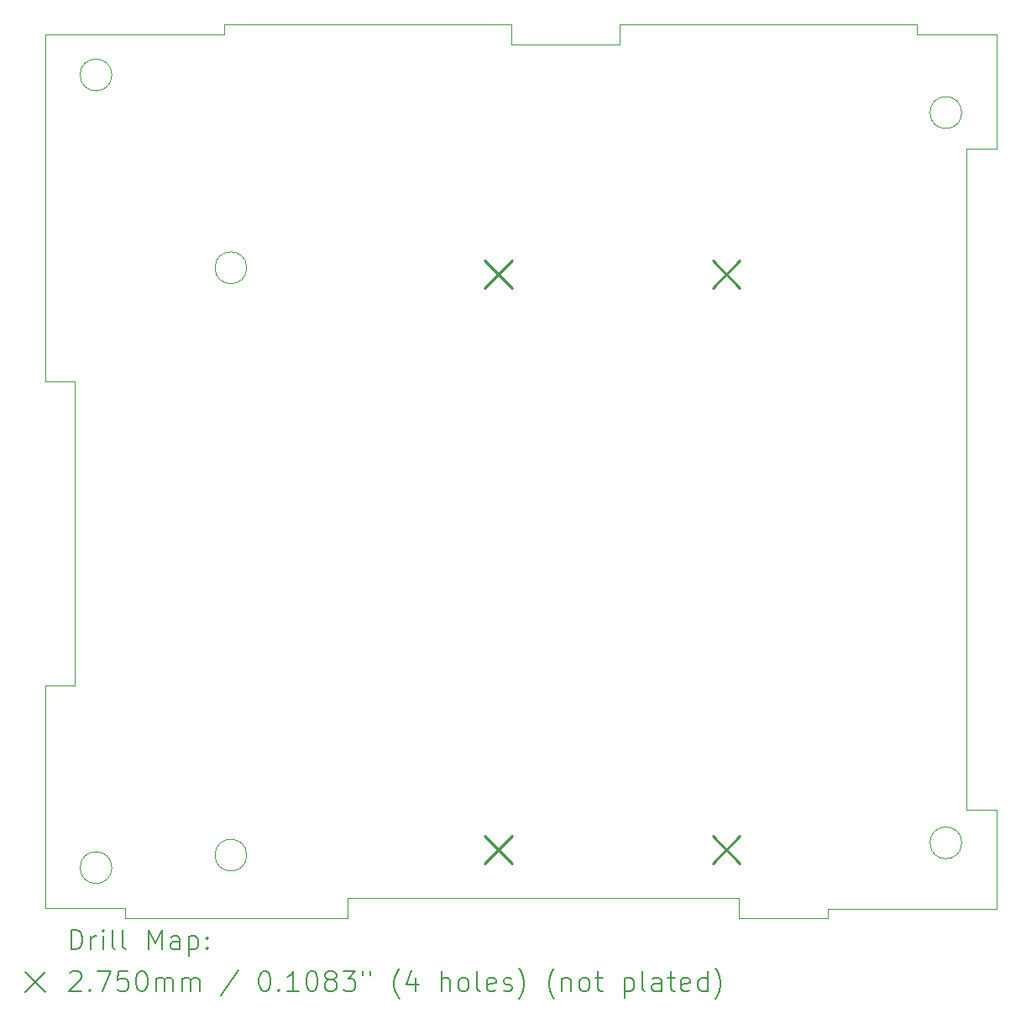
<source format=gbr>
%TF.GenerationSoftware,KiCad,Pcbnew,8.0.0*%
%TF.CreationDate,2024-06-21T11:16:54+02:00*%
%TF.ProjectId,lora,6c6f7261-2e6b-4696-9361-645f70636258,rev?*%
%TF.SameCoordinates,Original*%
%TF.FileFunction,Drillmap*%
%TF.FilePolarity,Positive*%
%FSLAX45Y45*%
G04 Gerber Fmt 4.5, Leading zero omitted, Abs format (unit mm)*
G04 Created by KiCad (PCBNEW 8.0.0) date 2024-06-21 11:16:54*
%MOMM*%
%LPD*%
G01*
G04 APERTURE LIST*
%ADD10C,0.050000*%
%ADD11C,0.200000*%
%ADD12C,0.275000*%
G04 APERTURE END LIST*
D10*
X19850000Y-6400000D02*
G75*
G02*
X19530000Y-6400000I-160000J0D01*
G01*
X19530000Y-6400000D02*
G75*
G02*
X19850000Y-6400000I160000J0D01*
G01*
X13660000Y-14520000D02*
X11410000Y-14520000D01*
X16400000Y-5710000D02*
X16400000Y-5510000D01*
X19900000Y-13430000D02*
X20200000Y-13430000D01*
X19850000Y-13760000D02*
G75*
G02*
X19530000Y-13760000I-160000J0D01*
G01*
X19530000Y-13760000D02*
G75*
G02*
X19850000Y-13760000I160000J0D01*
G01*
X17600000Y-14320000D02*
X13660000Y-14320000D01*
X19900000Y-6760000D02*
X19900000Y-13430000D01*
X12410000Y-5510000D02*
X15310000Y-5510000D01*
X20200000Y-13430000D02*
X20200000Y-14430000D01*
X12410000Y-5610000D02*
X12410000Y-5510000D01*
X17600000Y-14520000D02*
X17600000Y-14320000D01*
X18500000Y-14520000D02*
X17600000Y-14520000D01*
X10910000Y-12170000D02*
X10910000Y-9110000D01*
X11280000Y-6020000D02*
G75*
G02*
X10960000Y-6020000I-160000J0D01*
G01*
X10960000Y-6020000D02*
G75*
G02*
X11280000Y-6020000I160000J0D01*
G01*
X20200000Y-5610000D02*
X20200000Y-6760000D01*
X15310000Y-5510000D02*
X15310000Y-5710000D01*
X20200000Y-14430000D02*
X18500000Y-14430000D01*
X20200000Y-6760000D02*
X19900000Y-6760000D01*
X10610000Y-9110000D02*
X10610000Y-5610000D01*
X16400000Y-5510000D02*
X19400000Y-5510000D01*
X12640000Y-7964000D02*
G75*
G02*
X12320000Y-7964000I-160000J0D01*
G01*
X12320000Y-7964000D02*
G75*
G02*
X12640000Y-7964000I160000J0D01*
G01*
X18500000Y-14430000D02*
X18500000Y-14520000D01*
X10610000Y-5610000D02*
X12410000Y-5610000D01*
X10910000Y-9110000D02*
X10610000Y-9110000D01*
X11410000Y-14520000D02*
X11410000Y-14420000D01*
X15310000Y-5710000D02*
X16400000Y-5710000D01*
X10610000Y-14420000D02*
X10610000Y-12170000D01*
X12640000Y-13884000D02*
G75*
G02*
X12320000Y-13884000I-160000J0D01*
G01*
X12320000Y-13884000D02*
G75*
G02*
X12640000Y-13884000I160000J0D01*
G01*
X13660000Y-14320000D02*
X13660000Y-14520000D01*
X19400000Y-5510000D02*
X19400000Y-5610000D01*
X10610000Y-12170000D02*
X10910000Y-12170000D01*
X19400000Y-5610000D02*
X20200000Y-5610000D01*
X11410000Y-14420000D02*
X10610000Y-14420000D01*
X11280000Y-14010000D02*
G75*
G02*
X10960000Y-14010000I-160000J0D01*
G01*
X10960000Y-14010000D02*
G75*
G02*
X11280000Y-14010000I160000J0D01*
G01*
D11*
D12*
X15039500Y-7893500D02*
X15314500Y-8168500D01*
X15314500Y-7893500D02*
X15039500Y-8168500D01*
X15039500Y-13693500D02*
X15314500Y-13968500D01*
X15314500Y-13693500D02*
X15039500Y-13968500D01*
X17339500Y-7893500D02*
X17614500Y-8168500D01*
X17614500Y-7893500D02*
X17339500Y-8168500D01*
X17339500Y-13693500D02*
X17614500Y-13968500D01*
X17614500Y-13693500D02*
X17339500Y-13968500D01*
D11*
X10868277Y-14833984D02*
X10868277Y-14633984D01*
X10868277Y-14633984D02*
X10915896Y-14633984D01*
X10915896Y-14633984D02*
X10944467Y-14643508D01*
X10944467Y-14643508D02*
X10963515Y-14662555D01*
X10963515Y-14662555D02*
X10973039Y-14681603D01*
X10973039Y-14681603D02*
X10982563Y-14719698D01*
X10982563Y-14719698D02*
X10982563Y-14748269D01*
X10982563Y-14748269D02*
X10973039Y-14786365D01*
X10973039Y-14786365D02*
X10963515Y-14805412D01*
X10963515Y-14805412D02*
X10944467Y-14824460D01*
X10944467Y-14824460D02*
X10915896Y-14833984D01*
X10915896Y-14833984D02*
X10868277Y-14833984D01*
X11068277Y-14833984D02*
X11068277Y-14700650D01*
X11068277Y-14738746D02*
X11077801Y-14719698D01*
X11077801Y-14719698D02*
X11087324Y-14710174D01*
X11087324Y-14710174D02*
X11106372Y-14700650D01*
X11106372Y-14700650D02*
X11125420Y-14700650D01*
X11192086Y-14833984D02*
X11192086Y-14700650D01*
X11192086Y-14633984D02*
X11182563Y-14643508D01*
X11182563Y-14643508D02*
X11192086Y-14653031D01*
X11192086Y-14653031D02*
X11201610Y-14643508D01*
X11201610Y-14643508D02*
X11192086Y-14633984D01*
X11192086Y-14633984D02*
X11192086Y-14653031D01*
X11315896Y-14833984D02*
X11296848Y-14824460D01*
X11296848Y-14824460D02*
X11287324Y-14805412D01*
X11287324Y-14805412D02*
X11287324Y-14633984D01*
X11420658Y-14833984D02*
X11401610Y-14824460D01*
X11401610Y-14824460D02*
X11392086Y-14805412D01*
X11392086Y-14805412D02*
X11392086Y-14633984D01*
X11649229Y-14833984D02*
X11649229Y-14633984D01*
X11649229Y-14633984D02*
X11715896Y-14776841D01*
X11715896Y-14776841D02*
X11782562Y-14633984D01*
X11782562Y-14633984D02*
X11782562Y-14833984D01*
X11963515Y-14833984D02*
X11963515Y-14729222D01*
X11963515Y-14729222D02*
X11953991Y-14710174D01*
X11953991Y-14710174D02*
X11934943Y-14700650D01*
X11934943Y-14700650D02*
X11896848Y-14700650D01*
X11896848Y-14700650D02*
X11877801Y-14710174D01*
X11963515Y-14824460D02*
X11944467Y-14833984D01*
X11944467Y-14833984D02*
X11896848Y-14833984D01*
X11896848Y-14833984D02*
X11877801Y-14824460D01*
X11877801Y-14824460D02*
X11868277Y-14805412D01*
X11868277Y-14805412D02*
X11868277Y-14786365D01*
X11868277Y-14786365D02*
X11877801Y-14767317D01*
X11877801Y-14767317D02*
X11896848Y-14757793D01*
X11896848Y-14757793D02*
X11944467Y-14757793D01*
X11944467Y-14757793D02*
X11963515Y-14748269D01*
X12058753Y-14700650D02*
X12058753Y-14900650D01*
X12058753Y-14710174D02*
X12077801Y-14700650D01*
X12077801Y-14700650D02*
X12115896Y-14700650D01*
X12115896Y-14700650D02*
X12134943Y-14710174D01*
X12134943Y-14710174D02*
X12144467Y-14719698D01*
X12144467Y-14719698D02*
X12153991Y-14738746D01*
X12153991Y-14738746D02*
X12153991Y-14795888D01*
X12153991Y-14795888D02*
X12144467Y-14814936D01*
X12144467Y-14814936D02*
X12134943Y-14824460D01*
X12134943Y-14824460D02*
X12115896Y-14833984D01*
X12115896Y-14833984D02*
X12077801Y-14833984D01*
X12077801Y-14833984D02*
X12058753Y-14824460D01*
X12239705Y-14814936D02*
X12249229Y-14824460D01*
X12249229Y-14824460D02*
X12239705Y-14833984D01*
X12239705Y-14833984D02*
X12230182Y-14824460D01*
X12230182Y-14824460D02*
X12239705Y-14814936D01*
X12239705Y-14814936D02*
X12239705Y-14833984D01*
X12239705Y-14710174D02*
X12249229Y-14719698D01*
X12249229Y-14719698D02*
X12239705Y-14729222D01*
X12239705Y-14729222D02*
X12230182Y-14719698D01*
X12230182Y-14719698D02*
X12239705Y-14710174D01*
X12239705Y-14710174D02*
X12239705Y-14729222D01*
X10407500Y-15062500D02*
X10607500Y-15262500D01*
X10607500Y-15062500D02*
X10407500Y-15262500D01*
X10858753Y-15073031D02*
X10868277Y-15063508D01*
X10868277Y-15063508D02*
X10887324Y-15053984D01*
X10887324Y-15053984D02*
X10934944Y-15053984D01*
X10934944Y-15053984D02*
X10953991Y-15063508D01*
X10953991Y-15063508D02*
X10963515Y-15073031D01*
X10963515Y-15073031D02*
X10973039Y-15092079D01*
X10973039Y-15092079D02*
X10973039Y-15111127D01*
X10973039Y-15111127D02*
X10963515Y-15139698D01*
X10963515Y-15139698D02*
X10849229Y-15253984D01*
X10849229Y-15253984D02*
X10973039Y-15253984D01*
X11058753Y-15234936D02*
X11068277Y-15244460D01*
X11068277Y-15244460D02*
X11058753Y-15253984D01*
X11058753Y-15253984D02*
X11049229Y-15244460D01*
X11049229Y-15244460D02*
X11058753Y-15234936D01*
X11058753Y-15234936D02*
X11058753Y-15253984D01*
X11134944Y-15053984D02*
X11268277Y-15053984D01*
X11268277Y-15053984D02*
X11182563Y-15253984D01*
X11439705Y-15053984D02*
X11344467Y-15053984D01*
X11344467Y-15053984D02*
X11334943Y-15149222D01*
X11334943Y-15149222D02*
X11344467Y-15139698D01*
X11344467Y-15139698D02*
X11363515Y-15130174D01*
X11363515Y-15130174D02*
X11411134Y-15130174D01*
X11411134Y-15130174D02*
X11430182Y-15139698D01*
X11430182Y-15139698D02*
X11439705Y-15149222D01*
X11439705Y-15149222D02*
X11449229Y-15168269D01*
X11449229Y-15168269D02*
X11449229Y-15215888D01*
X11449229Y-15215888D02*
X11439705Y-15234936D01*
X11439705Y-15234936D02*
X11430182Y-15244460D01*
X11430182Y-15244460D02*
X11411134Y-15253984D01*
X11411134Y-15253984D02*
X11363515Y-15253984D01*
X11363515Y-15253984D02*
X11344467Y-15244460D01*
X11344467Y-15244460D02*
X11334943Y-15234936D01*
X11573039Y-15053984D02*
X11592086Y-15053984D01*
X11592086Y-15053984D02*
X11611134Y-15063508D01*
X11611134Y-15063508D02*
X11620658Y-15073031D01*
X11620658Y-15073031D02*
X11630182Y-15092079D01*
X11630182Y-15092079D02*
X11639705Y-15130174D01*
X11639705Y-15130174D02*
X11639705Y-15177793D01*
X11639705Y-15177793D02*
X11630182Y-15215888D01*
X11630182Y-15215888D02*
X11620658Y-15234936D01*
X11620658Y-15234936D02*
X11611134Y-15244460D01*
X11611134Y-15244460D02*
X11592086Y-15253984D01*
X11592086Y-15253984D02*
X11573039Y-15253984D01*
X11573039Y-15253984D02*
X11553991Y-15244460D01*
X11553991Y-15244460D02*
X11544467Y-15234936D01*
X11544467Y-15234936D02*
X11534943Y-15215888D01*
X11534943Y-15215888D02*
X11525420Y-15177793D01*
X11525420Y-15177793D02*
X11525420Y-15130174D01*
X11525420Y-15130174D02*
X11534943Y-15092079D01*
X11534943Y-15092079D02*
X11544467Y-15073031D01*
X11544467Y-15073031D02*
X11553991Y-15063508D01*
X11553991Y-15063508D02*
X11573039Y-15053984D01*
X11725420Y-15253984D02*
X11725420Y-15120650D01*
X11725420Y-15139698D02*
X11734943Y-15130174D01*
X11734943Y-15130174D02*
X11753991Y-15120650D01*
X11753991Y-15120650D02*
X11782563Y-15120650D01*
X11782563Y-15120650D02*
X11801610Y-15130174D01*
X11801610Y-15130174D02*
X11811134Y-15149222D01*
X11811134Y-15149222D02*
X11811134Y-15253984D01*
X11811134Y-15149222D02*
X11820658Y-15130174D01*
X11820658Y-15130174D02*
X11839705Y-15120650D01*
X11839705Y-15120650D02*
X11868277Y-15120650D01*
X11868277Y-15120650D02*
X11887324Y-15130174D01*
X11887324Y-15130174D02*
X11896848Y-15149222D01*
X11896848Y-15149222D02*
X11896848Y-15253984D01*
X11992086Y-15253984D02*
X11992086Y-15120650D01*
X11992086Y-15139698D02*
X12001610Y-15130174D01*
X12001610Y-15130174D02*
X12020658Y-15120650D01*
X12020658Y-15120650D02*
X12049229Y-15120650D01*
X12049229Y-15120650D02*
X12068277Y-15130174D01*
X12068277Y-15130174D02*
X12077801Y-15149222D01*
X12077801Y-15149222D02*
X12077801Y-15253984D01*
X12077801Y-15149222D02*
X12087324Y-15130174D01*
X12087324Y-15130174D02*
X12106372Y-15120650D01*
X12106372Y-15120650D02*
X12134943Y-15120650D01*
X12134943Y-15120650D02*
X12153991Y-15130174D01*
X12153991Y-15130174D02*
X12163515Y-15149222D01*
X12163515Y-15149222D02*
X12163515Y-15253984D01*
X12553991Y-15044460D02*
X12382563Y-15301603D01*
X12811134Y-15053984D02*
X12830182Y-15053984D01*
X12830182Y-15053984D02*
X12849229Y-15063508D01*
X12849229Y-15063508D02*
X12858753Y-15073031D01*
X12858753Y-15073031D02*
X12868277Y-15092079D01*
X12868277Y-15092079D02*
X12877801Y-15130174D01*
X12877801Y-15130174D02*
X12877801Y-15177793D01*
X12877801Y-15177793D02*
X12868277Y-15215888D01*
X12868277Y-15215888D02*
X12858753Y-15234936D01*
X12858753Y-15234936D02*
X12849229Y-15244460D01*
X12849229Y-15244460D02*
X12830182Y-15253984D01*
X12830182Y-15253984D02*
X12811134Y-15253984D01*
X12811134Y-15253984D02*
X12792086Y-15244460D01*
X12792086Y-15244460D02*
X12782563Y-15234936D01*
X12782563Y-15234936D02*
X12773039Y-15215888D01*
X12773039Y-15215888D02*
X12763515Y-15177793D01*
X12763515Y-15177793D02*
X12763515Y-15130174D01*
X12763515Y-15130174D02*
X12773039Y-15092079D01*
X12773039Y-15092079D02*
X12782563Y-15073031D01*
X12782563Y-15073031D02*
X12792086Y-15063508D01*
X12792086Y-15063508D02*
X12811134Y-15053984D01*
X12963515Y-15234936D02*
X12973039Y-15244460D01*
X12973039Y-15244460D02*
X12963515Y-15253984D01*
X12963515Y-15253984D02*
X12953991Y-15244460D01*
X12953991Y-15244460D02*
X12963515Y-15234936D01*
X12963515Y-15234936D02*
X12963515Y-15253984D01*
X13163515Y-15253984D02*
X13049229Y-15253984D01*
X13106372Y-15253984D02*
X13106372Y-15053984D01*
X13106372Y-15053984D02*
X13087325Y-15082555D01*
X13087325Y-15082555D02*
X13068277Y-15101603D01*
X13068277Y-15101603D02*
X13049229Y-15111127D01*
X13287325Y-15053984D02*
X13306372Y-15053984D01*
X13306372Y-15053984D02*
X13325420Y-15063508D01*
X13325420Y-15063508D02*
X13334944Y-15073031D01*
X13334944Y-15073031D02*
X13344467Y-15092079D01*
X13344467Y-15092079D02*
X13353991Y-15130174D01*
X13353991Y-15130174D02*
X13353991Y-15177793D01*
X13353991Y-15177793D02*
X13344467Y-15215888D01*
X13344467Y-15215888D02*
X13334944Y-15234936D01*
X13334944Y-15234936D02*
X13325420Y-15244460D01*
X13325420Y-15244460D02*
X13306372Y-15253984D01*
X13306372Y-15253984D02*
X13287325Y-15253984D01*
X13287325Y-15253984D02*
X13268277Y-15244460D01*
X13268277Y-15244460D02*
X13258753Y-15234936D01*
X13258753Y-15234936D02*
X13249229Y-15215888D01*
X13249229Y-15215888D02*
X13239706Y-15177793D01*
X13239706Y-15177793D02*
X13239706Y-15130174D01*
X13239706Y-15130174D02*
X13249229Y-15092079D01*
X13249229Y-15092079D02*
X13258753Y-15073031D01*
X13258753Y-15073031D02*
X13268277Y-15063508D01*
X13268277Y-15063508D02*
X13287325Y-15053984D01*
X13468277Y-15139698D02*
X13449229Y-15130174D01*
X13449229Y-15130174D02*
X13439706Y-15120650D01*
X13439706Y-15120650D02*
X13430182Y-15101603D01*
X13430182Y-15101603D02*
X13430182Y-15092079D01*
X13430182Y-15092079D02*
X13439706Y-15073031D01*
X13439706Y-15073031D02*
X13449229Y-15063508D01*
X13449229Y-15063508D02*
X13468277Y-15053984D01*
X13468277Y-15053984D02*
X13506372Y-15053984D01*
X13506372Y-15053984D02*
X13525420Y-15063508D01*
X13525420Y-15063508D02*
X13534944Y-15073031D01*
X13534944Y-15073031D02*
X13544467Y-15092079D01*
X13544467Y-15092079D02*
X13544467Y-15101603D01*
X13544467Y-15101603D02*
X13534944Y-15120650D01*
X13534944Y-15120650D02*
X13525420Y-15130174D01*
X13525420Y-15130174D02*
X13506372Y-15139698D01*
X13506372Y-15139698D02*
X13468277Y-15139698D01*
X13468277Y-15139698D02*
X13449229Y-15149222D01*
X13449229Y-15149222D02*
X13439706Y-15158746D01*
X13439706Y-15158746D02*
X13430182Y-15177793D01*
X13430182Y-15177793D02*
X13430182Y-15215888D01*
X13430182Y-15215888D02*
X13439706Y-15234936D01*
X13439706Y-15234936D02*
X13449229Y-15244460D01*
X13449229Y-15244460D02*
X13468277Y-15253984D01*
X13468277Y-15253984D02*
X13506372Y-15253984D01*
X13506372Y-15253984D02*
X13525420Y-15244460D01*
X13525420Y-15244460D02*
X13534944Y-15234936D01*
X13534944Y-15234936D02*
X13544467Y-15215888D01*
X13544467Y-15215888D02*
X13544467Y-15177793D01*
X13544467Y-15177793D02*
X13534944Y-15158746D01*
X13534944Y-15158746D02*
X13525420Y-15149222D01*
X13525420Y-15149222D02*
X13506372Y-15139698D01*
X13611134Y-15053984D02*
X13734944Y-15053984D01*
X13734944Y-15053984D02*
X13668277Y-15130174D01*
X13668277Y-15130174D02*
X13696848Y-15130174D01*
X13696848Y-15130174D02*
X13715896Y-15139698D01*
X13715896Y-15139698D02*
X13725420Y-15149222D01*
X13725420Y-15149222D02*
X13734944Y-15168269D01*
X13734944Y-15168269D02*
X13734944Y-15215888D01*
X13734944Y-15215888D02*
X13725420Y-15234936D01*
X13725420Y-15234936D02*
X13715896Y-15244460D01*
X13715896Y-15244460D02*
X13696848Y-15253984D01*
X13696848Y-15253984D02*
X13639706Y-15253984D01*
X13639706Y-15253984D02*
X13620658Y-15244460D01*
X13620658Y-15244460D02*
X13611134Y-15234936D01*
X13811134Y-15053984D02*
X13811134Y-15092079D01*
X13887325Y-15053984D02*
X13887325Y-15092079D01*
X14182563Y-15330174D02*
X14173039Y-15320650D01*
X14173039Y-15320650D02*
X14153991Y-15292079D01*
X14153991Y-15292079D02*
X14144468Y-15273031D01*
X14144468Y-15273031D02*
X14134944Y-15244460D01*
X14134944Y-15244460D02*
X14125420Y-15196841D01*
X14125420Y-15196841D02*
X14125420Y-15158746D01*
X14125420Y-15158746D02*
X14134944Y-15111127D01*
X14134944Y-15111127D02*
X14144468Y-15082555D01*
X14144468Y-15082555D02*
X14153991Y-15063508D01*
X14153991Y-15063508D02*
X14173039Y-15034936D01*
X14173039Y-15034936D02*
X14182563Y-15025412D01*
X14344468Y-15120650D02*
X14344468Y-15253984D01*
X14296848Y-15044460D02*
X14249229Y-15187317D01*
X14249229Y-15187317D02*
X14373039Y-15187317D01*
X14601610Y-15253984D02*
X14601610Y-15053984D01*
X14687325Y-15253984D02*
X14687325Y-15149222D01*
X14687325Y-15149222D02*
X14677801Y-15130174D01*
X14677801Y-15130174D02*
X14658753Y-15120650D01*
X14658753Y-15120650D02*
X14630182Y-15120650D01*
X14630182Y-15120650D02*
X14611134Y-15130174D01*
X14611134Y-15130174D02*
X14601610Y-15139698D01*
X14811134Y-15253984D02*
X14792087Y-15244460D01*
X14792087Y-15244460D02*
X14782563Y-15234936D01*
X14782563Y-15234936D02*
X14773039Y-15215888D01*
X14773039Y-15215888D02*
X14773039Y-15158746D01*
X14773039Y-15158746D02*
X14782563Y-15139698D01*
X14782563Y-15139698D02*
X14792087Y-15130174D01*
X14792087Y-15130174D02*
X14811134Y-15120650D01*
X14811134Y-15120650D02*
X14839706Y-15120650D01*
X14839706Y-15120650D02*
X14858753Y-15130174D01*
X14858753Y-15130174D02*
X14868277Y-15139698D01*
X14868277Y-15139698D02*
X14877801Y-15158746D01*
X14877801Y-15158746D02*
X14877801Y-15215888D01*
X14877801Y-15215888D02*
X14868277Y-15234936D01*
X14868277Y-15234936D02*
X14858753Y-15244460D01*
X14858753Y-15244460D02*
X14839706Y-15253984D01*
X14839706Y-15253984D02*
X14811134Y-15253984D01*
X14992087Y-15253984D02*
X14973039Y-15244460D01*
X14973039Y-15244460D02*
X14963515Y-15225412D01*
X14963515Y-15225412D02*
X14963515Y-15053984D01*
X15144468Y-15244460D02*
X15125420Y-15253984D01*
X15125420Y-15253984D02*
X15087325Y-15253984D01*
X15087325Y-15253984D02*
X15068277Y-15244460D01*
X15068277Y-15244460D02*
X15058753Y-15225412D01*
X15058753Y-15225412D02*
X15058753Y-15149222D01*
X15058753Y-15149222D02*
X15068277Y-15130174D01*
X15068277Y-15130174D02*
X15087325Y-15120650D01*
X15087325Y-15120650D02*
X15125420Y-15120650D01*
X15125420Y-15120650D02*
X15144468Y-15130174D01*
X15144468Y-15130174D02*
X15153991Y-15149222D01*
X15153991Y-15149222D02*
X15153991Y-15168269D01*
X15153991Y-15168269D02*
X15058753Y-15187317D01*
X15230182Y-15244460D02*
X15249230Y-15253984D01*
X15249230Y-15253984D02*
X15287325Y-15253984D01*
X15287325Y-15253984D02*
X15306372Y-15244460D01*
X15306372Y-15244460D02*
X15315896Y-15225412D01*
X15315896Y-15225412D02*
X15315896Y-15215888D01*
X15315896Y-15215888D02*
X15306372Y-15196841D01*
X15306372Y-15196841D02*
X15287325Y-15187317D01*
X15287325Y-15187317D02*
X15258753Y-15187317D01*
X15258753Y-15187317D02*
X15239706Y-15177793D01*
X15239706Y-15177793D02*
X15230182Y-15158746D01*
X15230182Y-15158746D02*
X15230182Y-15149222D01*
X15230182Y-15149222D02*
X15239706Y-15130174D01*
X15239706Y-15130174D02*
X15258753Y-15120650D01*
X15258753Y-15120650D02*
X15287325Y-15120650D01*
X15287325Y-15120650D02*
X15306372Y-15130174D01*
X15382563Y-15330174D02*
X15392087Y-15320650D01*
X15392087Y-15320650D02*
X15411134Y-15292079D01*
X15411134Y-15292079D02*
X15420658Y-15273031D01*
X15420658Y-15273031D02*
X15430182Y-15244460D01*
X15430182Y-15244460D02*
X15439706Y-15196841D01*
X15439706Y-15196841D02*
X15439706Y-15158746D01*
X15439706Y-15158746D02*
X15430182Y-15111127D01*
X15430182Y-15111127D02*
X15420658Y-15082555D01*
X15420658Y-15082555D02*
X15411134Y-15063508D01*
X15411134Y-15063508D02*
X15392087Y-15034936D01*
X15392087Y-15034936D02*
X15382563Y-15025412D01*
X15744468Y-15330174D02*
X15734944Y-15320650D01*
X15734944Y-15320650D02*
X15715896Y-15292079D01*
X15715896Y-15292079D02*
X15706372Y-15273031D01*
X15706372Y-15273031D02*
X15696849Y-15244460D01*
X15696849Y-15244460D02*
X15687325Y-15196841D01*
X15687325Y-15196841D02*
X15687325Y-15158746D01*
X15687325Y-15158746D02*
X15696849Y-15111127D01*
X15696849Y-15111127D02*
X15706372Y-15082555D01*
X15706372Y-15082555D02*
X15715896Y-15063508D01*
X15715896Y-15063508D02*
X15734944Y-15034936D01*
X15734944Y-15034936D02*
X15744468Y-15025412D01*
X15820658Y-15120650D02*
X15820658Y-15253984D01*
X15820658Y-15139698D02*
X15830182Y-15130174D01*
X15830182Y-15130174D02*
X15849230Y-15120650D01*
X15849230Y-15120650D02*
X15877801Y-15120650D01*
X15877801Y-15120650D02*
X15896849Y-15130174D01*
X15896849Y-15130174D02*
X15906372Y-15149222D01*
X15906372Y-15149222D02*
X15906372Y-15253984D01*
X16030182Y-15253984D02*
X16011134Y-15244460D01*
X16011134Y-15244460D02*
X16001611Y-15234936D01*
X16001611Y-15234936D02*
X15992087Y-15215888D01*
X15992087Y-15215888D02*
X15992087Y-15158746D01*
X15992087Y-15158746D02*
X16001611Y-15139698D01*
X16001611Y-15139698D02*
X16011134Y-15130174D01*
X16011134Y-15130174D02*
X16030182Y-15120650D01*
X16030182Y-15120650D02*
X16058753Y-15120650D01*
X16058753Y-15120650D02*
X16077801Y-15130174D01*
X16077801Y-15130174D02*
X16087325Y-15139698D01*
X16087325Y-15139698D02*
X16096849Y-15158746D01*
X16096849Y-15158746D02*
X16096849Y-15215888D01*
X16096849Y-15215888D02*
X16087325Y-15234936D01*
X16087325Y-15234936D02*
X16077801Y-15244460D01*
X16077801Y-15244460D02*
X16058753Y-15253984D01*
X16058753Y-15253984D02*
X16030182Y-15253984D01*
X16153992Y-15120650D02*
X16230182Y-15120650D01*
X16182563Y-15053984D02*
X16182563Y-15225412D01*
X16182563Y-15225412D02*
X16192087Y-15244460D01*
X16192087Y-15244460D02*
X16211134Y-15253984D01*
X16211134Y-15253984D02*
X16230182Y-15253984D01*
X16449230Y-15120650D02*
X16449230Y-15320650D01*
X16449230Y-15130174D02*
X16468277Y-15120650D01*
X16468277Y-15120650D02*
X16506373Y-15120650D01*
X16506373Y-15120650D02*
X16525420Y-15130174D01*
X16525420Y-15130174D02*
X16534944Y-15139698D01*
X16534944Y-15139698D02*
X16544468Y-15158746D01*
X16544468Y-15158746D02*
X16544468Y-15215888D01*
X16544468Y-15215888D02*
X16534944Y-15234936D01*
X16534944Y-15234936D02*
X16525420Y-15244460D01*
X16525420Y-15244460D02*
X16506373Y-15253984D01*
X16506373Y-15253984D02*
X16468277Y-15253984D01*
X16468277Y-15253984D02*
X16449230Y-15244460D01*
X16658753Y-15253984D02*
X16639706Y-15244460D01*
X16639706Y-15244460D02*
X16630182Y-15225412D01*
X16630182Y-15225412D02*
X16630182Y-15053984D01*
X16820658Y-15253984D02*
X16820658Y-15149222D01*
X16820658Y-15149222D02*
X16811135Y-15130174D01*
X16811135Y-15130174D02*
X16792087Y-15120650D01*
X16792087Y-15120650D02*
X16753992Y-15120650D01*
X16753992Y-15120650D02*
X16734944Y-15130174D01*
X16820658Y-15244460D02*
X16801611Y-15253984D01*
X16801611Y-15253984D02*
X16753992Y-15253984D01*
X16753992Y-15253984D02*
X16734944Y-15244460D01*
X16734944Y-15244460D02*
X16725420Y-15225412D01*
X16725420Y-15225412D02*
X16725420Y-15206365D01*
X16725420Y-15206365D02*
X16734944Y-15187317D01*
X16734944Y-15187317D02*
X16753992Y-15177793D01*
X16753992Y-15177793D02*
X16801611Y-15177793D01*
X16801611Y-15177793D02*
X16820658Y-15168269D01*
X16887325Y-15120650D02*
X16963515Y-15120650D01*
X16915896Y-15053984D02*
X16915896Y-15225412D01*
X16915896Y-15225412D02*
X16925420Y-15244460D01*
X16925420Y-15244460D02*
X16944468Y-15253984D01*
X16944468Y-15253984D02*
X16963515Y-15253984D01*
X17106373Y-15244460D02*
X17087325Y-15253984D01*
X17087325Y-15253984D02*
X17049230Y-15253984D01*
X17049230Y-15253984D02*
X17030182Y-15244460D01*
X17030182Y-15244460D02*
X17020658Y-15225412D01*
X17020658Y-15225412D02*
X17020658Y-15149222D01*
X17020658Y-15149222D02*
X17030182Y-15130174D01*
X17030182Y-15130174D02*
X17049230Y-15120650D01*
X17049230Y-15120650D02*
X17087325Y-15120650D01*
X17087325Y-15120650D02*
X17106373Y-15130174D01*
X17106373Y-15130174D02*
X17115896Y-15149222D01*
X17115896Y-15149222D02*
X17115896Y-15168269D01*
X17115896Y-15168269D02*
X17020658Y-15187317D01*
X17287325Y-15253984D02*
X17287325Y-15053984D01*
X17287325Y-15244460D02*
X17268277Y-15253984D01*
X17268277Y-15253984D02*
X17230182Y-15253984D01*
X17230182Y-15253984D02*
X17211135Y-15244460D01*
X17211135Y-15244460D02*
X17201611Y-15234936D01*
X17201611Y-15234936D02*
X17192087Y-15215888D01*
X17192087Y-15215888D02*
X17192087Y-15158746D01*
X17192087Y-15158746D02*
X17201611Y-15139698D01*
X17201611Y-15139698D02*
X17211135Y-15130174D01*
X17211135Y-15130174D02*
X17230182Y-15120650D01*
X17230182Y-15120650D02*
X17268277Y-15120650D01*
X17268277Y-15120650D02*
X17287325Y-15130174D01*
X17363516Y-15330174D02*
X17373039Y-15320650D01*
X17373039Y-15320650D02*
X17392087Y-15292079D01*
X17392087Y-15292079D02*
X17401611Y-15273031D01*
X17401611Y-15273031D02*
X17411135Y-15244460D01*
X17411135Y-15244460D02*
X17420658Y-15196841D01*
X17420658Y-15196841D02*
X17420658Y-15158746D01*
X17420658Y-15158746D02*
X17411135Y-15111127D01*
X17411135Y-15111127D02*
X17401611Y-15082555D01*
X17401611Y-15082555D02*
X17392087Y-15063508D01*
X17392087Y-15063508D02*
X17373039Y-15034936D01*
X17373039Y-15034936D02*
X17363516Y-15025412D01*
M02*

</source>
